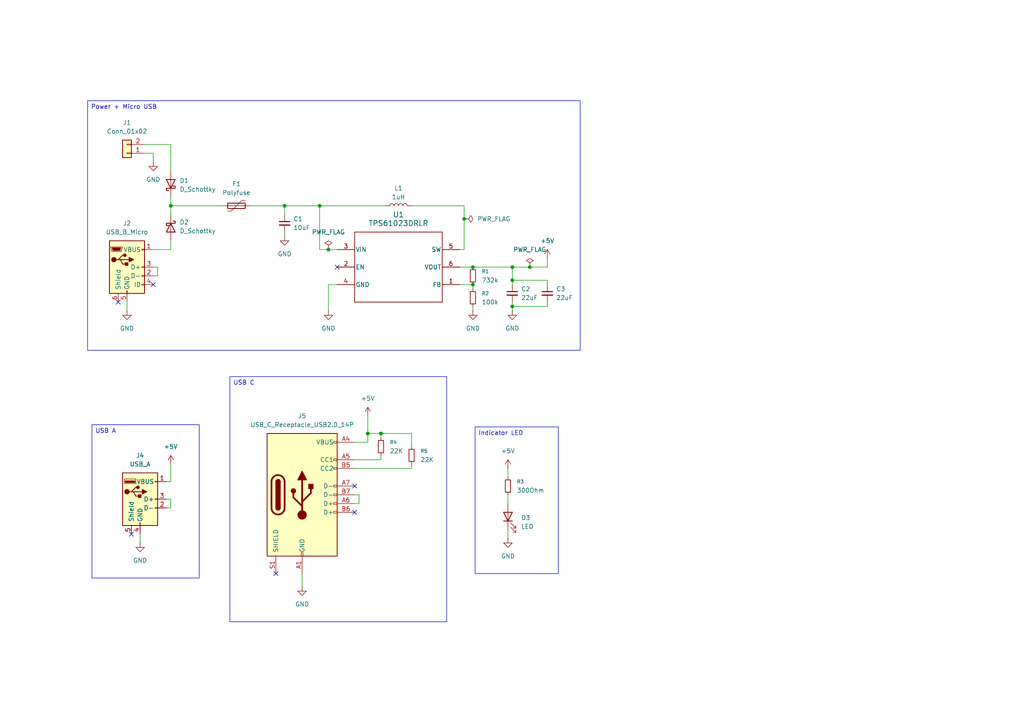
<source format=kicad_sch>
(kicad_sch (version 20250114) (generator "eeschema") (generator_version "9.0")
  (paper "A4")
  (lib_symbols
    (symbol "Connector:USB_A" (pin_names (offset 1.016))
      (property "Reference" "J" (at -5.08 11.43 0))
      (property "Value" "USB_A" (at -5.08 8.89 0))
      (symbol "USB_A_0_1"
        (rectangle (start -5.08 -7.62) (end 5.08 7.62) (stroke (width 0.254)) (fill (type background)))
        (circle (center -3.81 2.159) (radius 0.635) (stroke (width 0.254)) (fill (type outline)))
        (polyline (pts (xy -3.175 2.159) (xy -2.54 2.159) (xy -1.27 3.429) (xy -0.635 3.429)) (stroke (width 0.254)))
        (polyline (pts (xy -2.54 2.159) (xy -1.905 2.159) (xy -1.27 0.889) (xy 0 0.889)) (stroke (width 0.254)))
        (rectangle (start -1.524 4.826) (end -4.318 5.334) (fill (type outline)))
        (rectangle (start -1.27 4.572) (end -4.572 5.842))
        (circle (center -0.635 3.429) (radius 0.381) (stroke (width 0.254)) (fill (type outline)))
        (rectangle (start -0.127 -7.62) (end 0.127 -6.858))
        (rectangle (start 0.254 1.27) (end -0.508 0.508) (stroke (width 0.254)) (fill (type outline)))
        (polyline (pts (xy 0.635 2.794) (xy 0.635 1.524) (xy 1.905 2.159) (xy 0.635 2.794)) (stroke (width 0.254)) (fill (type outline)))
        (rectangle (start 5.08 4.953) (end 4.318 5.207))
        (rectangle (start 5.08 -0.127) (end 4.318 0.127))
        (rectangle (start 5.08 -2.667) (end 4.318 -2.413))
      )
      (symbol "USB_A_1_1"
        (polyline (pts (xy -1.905 2.159) (xy 0.635 2.159)) (stroke (width 0.254)))
        (pin passive line (at -2.54 -10.16 90) (length 2.54) (name "Shield") (number "5"))
        (pin power_in line (at 0 -10.16 90) (length 2.54) (name "GND") (number "4"))
        (pin power_in line (at 7.62 5.08 180) (length 2.54) (name "VBUS") (number "1"))
        (pin bidirectional line (at 7.62 0 180) (length 2.54) (name "D+") (number "3"))
        (pin bidirectional line (at 7.62 -2.54 180) (length 2.54) (name "D-") (number "2"))
      )
    )
    (symbol "Connector:USB_B_Micro" (pin_names (offset 1.016))
      (property "Reference" "J" (at -5.08 11.43 0))
      (property "Value" "USB_B_Micro" (at -5.08 8.89 0))
      (symbol "USB_B_Micro_0_1"
        (rectangle (start -5.08 -7.62) (end 5.08 7.62) (stroke (width 0.254)) (fill (type background)))
        (polyline (pts (xy -4.699 5.842) (xy -4.699 5.588) (xy -4.445 4.826) (xy -4.445 4.572) (xy -1.651 4.572) (xy -1.651 4.826) (xy -1.397 5.588) (xy -1.397 5.842) (xy -4.699 5.842)))
        (polyline (pts (xy -4.318 5.588) (xy -1.778 5.588) (xy -2.032 4.826) (xy -4.064 4.826) (xy -4.318 5.588)) (fill (type outline)))
        (circle (center -3.81 2.159) (radius 0.635) (stroke (width 0.254)) (fill (type outline)))
        (polyline (pts (xy -3.175 2.159) (xy -2.54 2.159) (xy -1.27 3.429) (xy -0.635 3.429)) (stroke (width 0.254)))
        (polyline (pts (xy -2.54 2.159) (xy -1.905 2.159) (xy -1.27 0.889) (xy 0 0.889)) (stroke (width 0.254)))
        (polyline (pts (xy -1.905 2.159) (xy 0.635 2.159)) (stroke (width 0.254)))
        (circle (center -0.635 3.429) (radius 0.381) (stroke (width 0.254)) (fill (type outline)))
        (rectangle (start -0.127 -7.62) (end 0.127 -6.858))
        (rectangle (start 0.254 1.27) (end -0.508 0.508) (stroke (width 0.254)) (fill (type outline)))
        (polyline (pts (xy 0.635 2.794) (xy 0.635 1.524) (xy 1.905 2.159) (xy 0.635 2.794)) (stroke (width 0.254)) (fill (type outline)))
        (rectangle (start 5.08 4.953) (end 4.318 5.207))
        (rectangle (start 5.08 -0.127) (end 4.318 0.127))
        (rectangle (start 5.08 -2.667) (end 4.318 -2.413))
        (rectangle (start 5.08 -5.207) (end 4.318 -4.953))
      )
      (symbol "USB_B_Micro_1_1"
        (pin passive line (at -2.54 -10.16 90) (length 2.54) (name "Shield") (number "6"))
        (pin power_out line (at 0 -10.16 90) (length 2.54) (name "GND") (number "5"))
        (pin power_out line (at 7.62 5.08 180) (length 2.54) (name "VBUS") (number "1"))
        (pin bidirectional line (at 7.62 0 180) (length 2.54) (name "D+") (number "3"))
        (pin bidirectional line (at 7.62 -2.54 180) (length 2.54) (name "D-") (number "2"))
        (pin passive line (at 7.62 -5.08 180) (length 2.54) (name "ID") (number "4"))
      )
    )
    (symbol "Connector:USB_C_Receptacle_USB2.0_14P" (pin_names (offset 1.016))
      (property "Reference" "J" (at 0 22.225 0))
      (property "Value" "USB_C_Receptacle_USB2.0_14P" (at 0 19.685 0))
      (symbol "USB_C_Receptacle_USB2.0_14P_0_0"
        (rectangle (start -0.254 -17.78) (end 0.254 -16.764))
        (rectangle (start 10.16 15.494) (end 9.144 14.986))
        (rectangle (start 10.16 10.414) (end 9.144 9.906))
        (rectangle (start 10.16 7.874) (end 9.144 7.366))
        (rectangle (start 10.16 2.794) (end 9.144 2.286))
        (rectangle (start 10.16 0.254) (end 9.144 -0.254))
        (rectangle (start 10.16 -2.286) (end 9.144 -2.794))
        (rectangle (start 10.16 -4.826) (end 9.144 -5.334))
      )
      (symbol "USB_C_Receptacle_USB2.0_14P_0_1"
        (rectangle (start -10.16 17.78) (end 10.16 -17.78) (stroke (width 0.254)) (fill (type background)))
        (polyline (pts (xy -8.89 -3.81) (xy -8.89 3.81)) (stroke (width 0.508)))
        (rectangle (start -7.62 -3.81) (end -6.35 3.81) (stroke (width 0.254)) (fill (type outline)))
        (arc (start -7.62 3.81) (mid -6.985 4.4423) (end -6.35 3.81) (stroke (width 0.254)))
        (arc (start -7.62 3.81) (mid -6.985 4.4423) (end -6.35 3.81) (stroke (width 0.254)) (fill (type outline)))
        (arc (start -8.89 3.81) (mid -6.985 5.7067) (end -5.08 3.81) (stroke (width 0.508)))
        (arc (start -5.08 -3.81) (mid -6.985 -5.7067) (end -8.89 -3.81) (stroke (width 0.508)))
        (arc (start -6.35 -3.81) (mid -6.985 -4.4423) (end -7.62 -3.81) (stroke (width 0.254)))
        (arc (start -6.35 -3.81) (mid -6.985 -4.4423) (end -7.62 -3.81) (stroke (width 0.254)) (fill (type outline)))
        (polyline (pts (xy -5.08 3.81) (xy -5.08 -3.81)) (stroke (width 0.508)))
        (circle (center -2.54 1.143) (radius 0.635) (stroke (width 0.254)) (fill (type outline)))
        (polyline (pts (xy -1.27 4.318) (xy 0 6.858) (xy 1.27 4.318) (xy -1.27 4.318)) (stroke (width 0.254)) (fill (type outline)))
        (polyline (pts (xy 0 -2.032) (xy 2.54 0.508) (xy 2.54 1.778)) (stroke (width 0.508)))
        (polyline (pts (xy 0 -3.302) (xy -2.54 -0.762) (xy -2.54 0.508)) (stroke (width 0.508)))
        (polyline (pts (xy 0 -5.842) (xy 0 4.318)) (stroke (width 0.508)))
        (circle (center 0 -5.842) (radius 1.27) (fill (type outline)))
        (rectangle (start 1.905 1.778) (end 3.175 3.048) (stroke (width 0.254)) (fill (type outline)))
      )
      (symbol "USB_C_Receptacle_USB2.0_14P_1_1"
        (pin passive line (at -7.62 -22.86 90) (length 5.08) (name "SHIELD") (number "S1"))
        (pin passive line (at 0 -22.86 90) (length 5.08) (name "GND") (number "A1"))
        (pin passive line (at 0 -22.86 90) (length 5.08) (hide yes) (name "GND") (number "A12"))
        (pin passive line (at 0 -22.86 90) (length 5.08) (hide yes) (name "GND") (number "B1"))
        (pin passive line (at 0 -22.86 90) (length 5.08) (hide yes) (name "GND") (number "B12"))
        (pin passive line (at 15.24 15.24 180) (length 5.08) (name "VBUS") (number "A4"))
        (pin passive line (at 15.24 15.24 180) (length 5.08) (hide yes) (name "VBUS") (number "A9"))
        (pin passive line (at 15.24 15.24 180) (length 5.08) (hide yes) (name "VBUS") (number "B4"))
        (pin passive line (at 15.24 15.24 180) (length 5.08) (hide yes) (name "VBUS") (number "B9"))
        (pin bidirectional line (at 15.24 10.16 180) (length 5.08) (name "CC1") (number "A5"))
        (pin bidirectional line (at 15.24 7.62 180) (length 5.08) (name "CC2") (number "B5"))
        (pin bidirectional line (at 15.24 2.54 180) (length 5.08) (name "D-") (number "A7"))
        (pin bidirectional line (at 15.24 0 180) (length 5.08) (name "D-") (number "B7"))
        (pin bidirectional line (at 15.24 -2.54 180) (length 5.08) (name "D+") (number "A6"))
        (pin bidirectional line (at 15.24 -5.08 180) (length 5.08) (name "D+") (number "B6"))
      )
    )
    (symbol "Connector_Generic:Conn_01x02" (pin_names (offset 1.016) (hide yes))
      (property "Reference" "J" (at 0 2.54 0))
      (property "Value" "Conn_01x02" (at 0 -5.08 0))
      (symbol "Conn_01x02_1_1"
        (rectangle (start -1.27 1.27) (end 1.27 -3.81) (stroke (width 0.254)) (fill (type background)))
        (rectangle (start -1.27 0.127) (end 0 -0.127) (stroke (width 0.1524)))
        (rectangle (start -1.27 -2.413) (end 0 -2.667) (stroke (width 0.1524)))
        (pin passive line (at -5.08 0 0) (length 3.81) (name "Pin_1") (number "1"))
        (pin passive line (at -5.08 -2.54 0) (length 3.81) (name "Pin_2") (number "2"))
      )
    )
    (symbol "Device:C_Small" (pin_numbers (hide yes)) (pin_names (offset 0.254) (hide yes))
      (property "Reference" "C" (at 0.254 1.778 0))
      (property "Value" "C_Small" (at 0.254 -2.032 0))
      (symbol "C_Small_0_1"
        (polyline (pts (xy -1.524 0.508) (xy 1.524 0.508)) (stroke (width 0.3048)))
        (polyline (pts (xy -1.524 -0.508) (xy 1.524 -0.508)) (stroke (width 0.3302)))
      )
      (symbol "C_Small_1_1"
        (pin passive line (at 0 2.54 270) (length 2.032) (name "~") (number "1"))
        (pin passive line (at 0 -2.54 90) (length 2.032) (name "~") (number "2"))
      )
    )
    (symbol "Device:D_Schottky" (pin_numbers (hide yes)) (pin_names (offset 1.016) (hide yes))
      (property "Reference" "D" (at 0 2.54 0))
      (property "Value" "D_Schottky" (at 0 -2.54 0))
      (symbol "D_Schottky_0_1"
        (polyline (pts (xy -1.905 0.635) (xy -1.905 1.27) (xy -1.27 1.27) (xy -1.27 -1.27) (xy -0.635 -1.27) (xy -0.635 -0.635)) (stroke (width 0.254)))
        (polyline (pts (xy 1.27 1.27) (xy 1.27 -1.27) (xy -1.27 0) (xy 1.27 1.27)) (stroke (width 0.254)))
        (polyline (pts (xy 1.27 0) (xy -1.27 0)))
      )
      (symbol "D_Schottky_1_1"
        (pin passive line (at -3.81 0 0) (length 2.54) (name "K") (number "1"))
        (pin passive line (at 3.81 0 180) (length 2.54) (name "A") (number "2"))
      )
    )
    (symbol "Device:L" (pin_numbers (hide yes)) (pin_names (offset 1.016) (hide yes))
      (property "Reference" "L" (at -1.27 0 90))
      (property "Value" "L" (at 1.905 0 90))
      (symbol "L_0_1"
        (arc (start 0 2.54) (mid 0.6323 1.905) (end 0 1.27))
        (arc (start 0 1.27) (mid 0.6323 0.635) (end 0 0))
        (arc (start 0 0) (mid 0.6323 -0.635) (end 0 -1.27))
        (arc (start 0 -1.27) (mid 0.6323 -1.905) (end 0 -2.54))
      )
      (symbol "L_1_1"
        (pin passive line (at 0 3.81 270) (length 1.27) (name "1") (number "1"))
        (pin passive line (at 0 -3.81 90) (length 1.27) (name "2") (number "2"))
      )
    )
    (symbol "Device:LED" (pin_numbers (hide yes)) (pin_names (offset 1.016) (hide yes))
      (property "Reference" "D" (at 0 2.54 0))
      (property "Value" "LED" (at 0 -2.54 0))
      (symbol "LED_0_1"
        (polyline (pts (xy -3.048 -0.762) (xy -4.572 -2.286) (xy -3.81 -2.286) (xy -4.572 -2.286) (xy -4.572 -1.524)))
        (polyline (pts (xy -1.778 -0.762) (xy -3.302 -2.286) (xy -2.54 -2.286) (xy -3.302 -2.286) (xy -3.302 -1.524)))
        (polyline (pts (xy -1.27 0) (xy 1.27 0)))
        (polyline (pts (xy -1.27 -1.27) (xy -1.27 1.27)) (stroke (width 0.254)))
        (polyline (pts (xy 1.27 -1.27) (xy 1.27 1.27) (xy -1.27 0) (xy 1.27 -1.27)) (stroke (width 0.254)))
      )
      (symbol "LED_1_1"
        (pin passive line (at -3.81 0 0) (length 2.54) (name "K") (number "1"))
        (pin passive line (at 3.81 0 180) (length 2.54) (name "A") (number "2"))
      )
    )
    (symbol "Device:Polyfuse" (pin_numbers (hide yes)) (pin_names (offset 0))
      (property "Reference" "F" (at -2.54 0 90))
      (property "Value" "Polyfuse" (at 2.54 0 90))
      (symbol "Polyfuse_0_1"
        (polyline (pts (xy -1.524 2.54) (xy -1.524 1.524) (xy 1.524 -1.524) (xy 1.524 -2.54)))
        (rectangle (start -0.762 2.54) (end 0.762 -2.54) (stroke (width 0.254)))
        (polyline (pts (xy 0 2.54) (xy 0 -2.54)))
      )
      (symbol "Polyfuse_1_1"
        (pin passive line (at 0 3.81 270) (length 1.27) (name "~") (number "1"))
        (pin passive line (at 0 -3.81 90) (length 1.27) (name "~") (number "2"))
      )
    )
    (symbol "Device:R_Small" (pin_numbers (hide yes)) (pin_names (offset 0.254) (hide yes))
      (property "Reference" "R" (at 0 0 90))
      (property "Value" "R_Small" (at 1.778 0 90))
      (symbol "R_Small_0_1"
        (rectangle (start -0.762 1.778) (end 0.762 -1.778) (stroke (width 0.2032)))
      )
      (symbol "R_Small_1_1"
        (pin passive line (at 0 2.54 270) (length 0.762) (name "~") (number "1"))
        (pin passive line (at 0 -2.54 90) (length 0.762) (name "~") (number "2"))
      )
    )
    (symbol "Regulator_TPS:TPS61023DRLR" (pin_names (offset 0.254))
      (property "Reference" "U" (at 0 2.54 0))
      (property "Value" "TPS61023DRLR" (at 0 0 0))
      (symbol "TPS61023DRLR_0_1"
        (polyline (pts (xy -12.7 10.16) (xy -12.7 -10.16)) (stroke (width 0.2032)))
        (polyline (pts (xy -12.7 -10.16) (xy 12.7 -10.16)) (stroke (width 0.2032)))
        (polyline (pts (xy 12.7 10.16) (xy -12.7 10.16)) (stroke (width 0.2032)))
        (polyline (pts (xy 12.7 -10.16) (xy 12.7 10.16)) (stroke (width 0.2032)))
        (pin power_in line (at -17.78 5.08 0) (length 5.08) (name "VIN") (number "3"))
        (pin input line (at -17.78 0 0) (length 5.08) (name "EN") (number "2"))
        (pin power_in line (at -17.78 -5.08 0) (length 5.08) (name "GND") (number "4"))
        (pin power_in line (at 17.78 5.08 180) (length 5.08) (name "SW") (number "5"))
        (pin power_in line (at 17.78 0 180) (length 5.08) (name "VOUT") (number "6"))
        (pin input line (at 17.78 -5.08 180) (length 5.08) (name "FB") (number "1"))
      )
    )
    (symbol "power:+5V" (power) (pin_numbers (hide yes)) (pin_names (offset 0) (hide yes))
      (property "Value" "+5V" (at 0 3.556 0))
      (symbol "+5V_0_1"
        (polyline (pts (xy -0.762 1.27) (xy 0 2.54)))
        (polyline (pts (xy 0 2.54) (xy 0.762 1.27)))
        (polyline (pts (xy 0 0) (xy 0 2.54)))
      )
      (symbol "+5V_1_1"
        (pin power_in line (at 0 0 90) (length 0) (name "~") (number "1"))
      )
    )
    (symbol "power:GND" (power) (pin_numbers (hide yes)) (pin_names (offset 0) (hide yes))
      (property "Value" "GND" (at 0 -3.81 0))
      (symbol "GND_0_1"
        (polyline (pts (xy 0 0) (xy 0 -1.27) (xy 1.27 -1.27) (xy 0 -2.54) (xy -1.27 -1.27) (xy 0 -1.27)))
      )
      (symbol "GND_1_1"
        (pin power_in line (at 0 0 270) (length 0) (name "~") (number "1"))
      )
    )
    (symbol "power:PWR_FLAG" (power) (pin_numbers (hide yes)) (pin_names (offset 0) (hide yes))
      (property "Value" "PWR_FLAG" (at 0 3.81 0))
      (symbol "PWR_FLAG_0_0"
        (pin power_out line (at 0 0 90) (length 0) (name "~") (number "1"))
      )
      (symbol "PWR_FLAG_0_1"
        (polyline (pts (xy 0 0) (xy 0 1.27) (xy -1.016 1.905) (xy 0 2.54) (xy 1.016 1.905) (xy 0 1.27)))
      )
    )
  )
  (text_box "Indicator LED\n" (at 137.795 123.825 0) (size 24.13 42.545) (margins 0.9525 0.9525 0.9525 0.9525) (effects (font (size 1.27 1.27)) (justify left top)))
  (text_box "Power + Micro USB\n" (at 25.4 29.21 0) (size 142.875 72.39) (margins 0.9525 0.9525 0.9525 0.9525) (effects (font (size 1.27 1.27)) (justify left top)))
  (text_box "USB C\n" (at 66.675 109.22 0) (size 62.865 71.12) (margins 0.9525 0.9525 0.9525 0.9525) (effects (font (size 1.27 1.27)) (justify left top)))
  (text_box "USB A\n" (at 26.67 123.19 0) (size 31.115 44.45) (margins 0.9525 0.9525 0.9525 0.9525) (effects (font (size 1.27 1.27)) (justify left top)))
  (junction (at 106.68 125.73))
  (junction (at 148.59 81.28))
  (junction (at 148.59 88.9))
  (junction (at 134.62 63.5))
  (junction (at 92.71 59.69))
  (junction (at 137.16 82.55))
  (junction (at 82.55 59.69))
  (junction (at 95.25 72.39))
  (junction (at 148.59 77.47))
  (junction (at 137.16 77.47))
  (junction (at 110.49 125.73))
  (junction (at 153.67 77.47))
  (junction (at 49.53 59.69))
  (no_connect (at 102.87 148.59))
  (no_connect (at 44.45 82.55))
  (no_connect (at 97.79 77.47))
  (no_connect (at 38.1 154.94))
  (no_connect (at 80.01 166.37))
  (no_connect (at 34.29 87.63))
  (no_connect (at 102.87 140.97))
  (wire (pts (xy 148.59 81.28) (xy 158.75 81.28)))
  (wire (pts (xy 48.26 139.7) (xy 49.53 139.7)))
  (wire (pts (xy 49.53 57.15) (xy 49.53 59.69)))
  (wire (pts (xy 41.91 41.91) (xy 49.53 41.91)))
  (wire (pts (xy 95.25 72.39) (xy 92.71 72.39)))
  (wire (pts (xy 102.87 143.51) (xy 104.14 143.51)))
  (wire (pts (xy 102.87 146.05) (xy 104.14 146.05)))
  (wire (pts (xy 48.26 147.32) (xy 49.53 147.32)))
  (wire (pts (xy 36.83 87.63) (xy 36.83 90.17)))
  (wire (pts (xy 40.64 154.94) (xy 40.64 157.48)))
  (wire (pts (xy 82.55 59.69) (xy 82.55 62.23)))
  (wire (pts (xy 158.75 88.9) (xy 148.59 88.9)))
  (wire (pts (xy 49.53 59.69) (xy 64.77 59.69)))
  (wire (pts (xy 49.53 59.69) (xy 49.53 62.23)))
  (wire (pts (xy 137.16 88.9) (xy 137.16 90.17)))
  (wire (pts (xy 137.16 77.47) (xy 148.59 77.47)))
  (wire (pts (xy 110.49 133.35) (xy 110.49 132.08)))
  (wire (pts (xy 110.49 125.73) (xy 119.38 125.73)))
  (wire (pts (xy 49.53 134.62) (xy 49.53 139.7)))
  (wire (pts (xy 147.32 135.89) (xy 147.32 138.43)))
  (wire (pts (xy 41.91 44.45) (xy 44.45 44.45)))
  (wire (pts (xy 104.14 143.51) (xy 104.14 146.05)))
  (wire (pts (xy 102.87 135.89) (xy 119.38 135.89)))
  (wire (pts (xy 49.53 69.85) (xy 49.53 72.39)))
  (wire (pts (xy 72.39 59.69) (xy 82.55 59.69)))
  (wire (pts (xy 134.62 59.69) (xy 134.62 63.5)))
  (wire (pts (xy 92.71 59.69) (xy 111.76 59.69)))
  (wire (pts (xy 147.32 143.51) (xy 147.32 146.05)))
  (wire (pts (xy 134.62 63.5) (xy 134.62 72.39)))
  (wire (pts (xy 44.45 77.47) (xy 45.72 77.47)))
  (wire (pts (xy 102.87 133.35) (xy 110.49 133.35)))
  (wire (pts (xy 87.63 166.37) (xy 87.63 170.18)))
  (wire (pts (xy 158.75 74.93) (xy 158.75 77.47)))
  (wire (pts (xy 119.38 135.89) (xy 119.38 134.62)))
  (wire (pts (xy 147.32 153.67) (xy 147.32 156.21)))
  (wire (pts (xy 82.55 59.69) (xy 92.71 59.69)))
  (wire (pts (xy 148.59 87.63) (xy 148.59 88.9)))
  (wire (pts (xy 158.75 81.28) (xy 158.75 82.55)))
  (wire (pts (xy 119.38 125.73) (xy 119.38 129.54)))
  (wire (pts (xy 148.59 77.47) (xy 148.59 81.28)))
  (wire (pts (xy 82.55 67.31) (xy 82.55 68.58)))
  (wire (pts (xy 148.59 88.9) (xy 148.59 90.17)))
  (wire (pts (xy 44.45 72.39) (xy 49.53 72.39)))
  (wire (pts (xy 119.38 59.69) (xy 134.62 59.69)))
  (wire (pts (xy 153.67 77.47) (xy 158.75 77.47)))
  (wire (pts (xy 110.49 125.73) (xy 110.49 127)))
  (wire (pts (xy 106.68 120.65) (xy 106.68 125.73)))
  (wire (pts (xy 95.25 82.55) (xy 95.25 90.17)))
  (wire (pts (xy 148.59 81.28) (xy 148.59 82.55)))
  (wire (pts (xy 45.72 77.47) (xy 45.72 80.01)))
  (wire (pts (xy 134.62 72.39) (xy 133.35 72.39)))
  (wire (pts (xy 97.79 72.39) (xy 95.25 72.39)))
  (wire (pts (xy 44.45 44.45) (xy 44.45 46.99)))
  (wire (pts (xy 102.87 128.27) (xy 106.68 128.27)))
  (wire (pts (xy 133.35 77.47) (xy 137.16 77.47)))
  (wire (pts (xy 106.68 125.73) (xy 106.68 128.27)))
  (wire (pts (xy 97.79 82.55) (xy 95.25 82.55)))
  (wire (pts (xy 44.45 80.01) (xy 45.72 80.01)))
  (wire (pts (xy 92.71 72.39) (xy 92.71 59.69)))
  (wire (pts (xy 49.53 49.53) (xy 49.53 41.91)))
  (wire (pts (xy 48.26 144.78) (xy 49.53 144.78)))
  (wire (pts (xy 148.59 77.47) (xy 153.67 77.47)))
  (wire (pts (xy 106.68 125.73) (xy 110.49 125.73)))
  (wire (pts (xy 158.75 87.63) (xy 158.75 88.9)))
  (wire (pts (xy 137.16 82.55) (xy 137.16 83.82)))
  (wire (pts (xy 133.35 82.55) (xy 137.16 82.55)))
  (wire (pts (xy 49.53 144.78) (xy 49.53 147.32)))
  (symbol (lib_id "Device:D_Schottky") (at 49.53 66.04 270) (unit 1)
    (property "Reference" "D2" (at 52.07 64.4524 90) (effects (justify left)))
    (property "Value" "D_Schottky" (at 52.07 66.9924 90) (effects (justify left)))
    (property "Footprint" "Diode_SMD:D_2114_3652Metric" (effects (hide yes)))
    (property "Description" "Schottky diode" (effects (hide yes)))
  )
  (symbol (lib_id "Connector:USB_B_Micro") (at 36.83 77.47 0) (unit 1)
    (property "Reference" "J2" (at 36.83 64.77 0))
    (property "Value" "USB_B_Micro" (at 36.83 67.31 0))
    (property "Footprint" "Connector_USB:USB_Micro-B_Molex-105017-0001" (effects (hide yes)))
    (property "Description" "USB Micro Type B connector" (effects (hide yes)))
  )
  (symbol (lib_id "Connector:USB_C_Receptacle_USB2.0_14P") (at 87.63 143.51 0) (unit 1)
    (property "Reference" "J5" (at 87.63 120.65 0))
    (property "Value" "USB_C_Receptacle_USB2.0_14P" (at 87.63 123.19 0))
    (property "Footprint" "Connector_USB:USB_C_Receptacle_Molex_105450-0101" (effects (hide yes)))
    (property "Datasheet" "https://www.usb.org/sites/default/files/documents/usb_type-c.zip" (effects (hide yes)))
    (property "Description" "USB 2.0-only 14P Type-C Receptacle connector" (effects (hide yes)))
  )
  (symbol (lib_id "Device:R_Small") (at 110.49 129.54 0) (unit 1)
    (property "Reference" "R4" (at 113.03 128.2699 0) (effects (font (size 1.016 1.016)) (justify left)))
    (property "Value" "22K" (at 113.03 130.8099 0) (effects (justify left)))
    (property "Footprint" "Resistor_SMD:R_0201_0603Metric" (effects (hide yes)))
    (property "Description" "Resistor, small symbol" (effects (hide yes)))
  )
  (symbol (lib_id "power:GND") (at 137.16 90.17 0) (unit 1)
    (property "Reference" "#PWR06" (effects (hide yes)))
    (property "Value" "GND" (at 137.16 95.25 0))
    (property "Description" "Power symbol creates a global label with name \"GND\" , ground" (effects (hide yes)))
  )
  (symbol (lib_id "Device:Polyfuse") (at 68.58 59.69 90) (unit 1)
    (property "Reference" "F1" (at 68.58 53.34 90))
    (property "Value" "Polyfuse" (at 68.58 55.88 90))
    (property "Footprint" "Fuse:Fuse_Bourns_MF-RG300" (effects (hide yes)))
    (property "Description" "Resettable fuse, polymeric positive temperature coefficient" (effects (hide yes)))
  )
  (symbol (lib_id "Device:L") (at 115.57 59.69 90) (unit 1)
    (property "Reference" "L1" (at 115.57 54.61 90))
    (property "Value" "1uH" (at 115.57 57.15 90))
    (property "Footprint" "Inductor_SMD:L_6.3x6.3_H3" (effects (hide yes)))
    (property "Description" "Inductor" (effects (hide yes)))
  )
  (symbol (lib_id "power:PWR_FLAG") (at 153.67 77.47 0) (unit 1)
    (property "Reference" "#FLG03" (effects (hide yes)))
    (property "Value" "PWR_FLAG" (at 153.67 72.39 0))
    (property "Description" "Special symbol for telling ERC where power comes from" (effects (hide yes)))
  )
  (symbol (lib_id "Device:R_Small") (at 147.32 140.97 0) (unit 1)
    (property "Reference" "R3" (at 149.86 139.6999 0) (effects (font (size 1.016 1.016)) (justify left)))
    (property "Value" "300Ohm" (at 149.86 142.2399 0) (effects (justify left)))
    (property "Footprint" "Resistor_SMD:R_0201_0603Metric" (effects (hide yes)))
    (property "Description" "Resistor, small symbol" (effects (hide yes)))
  )
  (symbol (lib_id "Device:C_Small") (at 82.55 64.77 0) (unit 1)
    (property "Reference" "C1" (at 85.09 63.5062 0) (effects (justify left)))
    (property "Value" "10uF" (at 85.09 66.0462 0) (effects (justify left)))
    (property "Footprint" "Capacitor_SMD:C_0603_1608Metric" (effects (hide yes)))
    (property "Description" "Unpolarized capacitor, small symbol" (effects (hide yes)))
  )
  (symbol (lib_id "power:GND") (at 95.25 90.17 0) (unit 1)
    (property "Reference" "#PWR03" (effects (hide yes)))
    (property "Value" "GND" (at 95.25 95.25 0))
    (property "Description" "Power symbol creates a global label with name \"GND\" , ground" (effects (hide yes)))
  )
  (symbol (lib_id "power:+5V") (at 158.75 74.93 0) (unit 1)
    (property "Reference" "#PWR05" (effects (hide yes)))
    (property "Value" "+5V" (at 158.75 69.85 0))
    (property "Description" "Power symbol creates a global label with name \"+5V\"" (effects (hide yes)))
  )
  (symbol (lib_id "power:GND") (at 36.83 90.17 0) (unit 1)
    (property "Reference" "#PWR02" (effects (hide yes)))
    (property "Value" "GND" (at 36.83 95.25 0))
    (property "Description" "Power symbol creates a global label with name \"GND\" , ground" (effects (hide yes)))
  )
  (symbol (lib_id "Device:C_Small") (at 158.75 85.09 0) (unit 1)
    (property "Reference" "C3" (at 161.29 83.8262 0) (effects (justify left)))
    (property "Value" "22uF" (at 161.29 86.3662 0) (effects (justify left)))
    (property "Footprint" "Capacitor_SMD:C_0603_1608Metric" (effects (hide yes)))
    (property "Description" "Unpolarized capacitor, small symbol" (effects (hide yes)))
  )
  (symbol (lib_id "Regulator_TPS:TPS61023DRLR") (at 115.57 77.47 0) (unit 1)
    (property "Reference" "U1" (at 115.57 62.23 0) (effects (font (size 1.524 1.524))))
    (property "Value" "TPS61023DRLR" (at 115.57 64.77 0) (effects (font (size 1.524 1.524))))
    (property "Datasheet" "https://www.ti.com/lit/gpn/tps61023" (effects (hide yes)))
  )
  (symbol (lib_id "power:GND") (at 44.45 46.99 0) (unit 1)
    (property "Reference" "#PWR01" (effects (hide yes)))
    (property "Value" "GND" (at 44.45 52.07 0))
    (property "Description" "Power symbol creates a global label with name \"GND\" , ground" (effects (hide yes)))
  )
  (symbol (lib_id "Connector_Generic:Conn_01x02") (at 36.83 44.45 180) (unit 1)
    (property "Reference" "J1" (at 36.83 35.56 0))
    (property "Value" "Conn_01x02" (at 36.83 38.1 0))
    (property "Footprint" "Connector_Molex:Molex_SL_171971-0002_1x02_P2.54mm_Vertical" (effects (hide yes)))
    (property "Description" "Generic connector, single row, 01x02, script generated (kicad-library-utils/schlib/autogen/connector/)" (effects (hide yes)))
  )
  (symbol (lib_id "Device:D_Schottky") (at 49.53 53.34 90) (unit 1)
    (property "Reference" "D1" (at 52.07 52.3874 90) (effects (justify right)))
    (property "Value" "D_Schottky" (at 52.07 54.9274 90) (effects (justify right)))
    (property "Footprint" "Diode_SMD:D_2114_3652Metric" (effects (hide yes)))
    (property "Description" "Schottky diode" (effects (hide yes)))
  )
  (symbol (lib_id "Device:LED") (at 147.32 149.86 90) (unit 1)
    (property "Reference" "D3" (at 151.13 150.1774 90) (effects (justify right)))
    (property "Value" "LED" (at 151.13 152.7174 90) (effects (justify right)))
    (property "Footprint" "Diode_SMD:D_0201_0603Metric" (effects (hide yes)))
    (property "Description" "Light emitting diode" (effects (hide yes)))
    (property "Sim.Pins" "1=K 2=A" (effects (hide yes)))
  )
  (symbol (lib_id "power:+5V") (at 49.53 134.62 0) (unit 1)
    (property "Reference" "#PWR09" (effects (hide yes)))
    (property "Value" "+5V" (at 49.53 129.54 0))
    (property "Description" "Power symbol creates a global label with name \"+5V\"" (effects (hide yes)))
  )
  (symbol (lib_id "Device:R_Small") (at 119.38 132.08 0) (unit 1)
    (property "Reference" "R5" (at 121.92 130.8099 0) (effects (font (size 1.016 1.016)) (justify left)))
    (property "Value" "22K" (at 121.92 133.3499 0) (effects (justify left)))
    (property "Footprint" "Resistor_SMD:R_0201_0603Metric" (effects (hide yes)))
    (property "Description" "Resistor, small symbol" (effects (hide yes)))
  )
  (symbol (lib_id "Device:R_Small") (at 137.16 80.01 0) (unit 1)
    (property "Reference" "R1" (at 139.7 78.7399 0) (effects (font (size 1.016 1.016)) (justify left)))
    (property "Value" "732k" (at 139.7 81.2799 0) (effects (justify left)))
    (property "Footprint" "Resistor_SMD:R_0201_0603Metric" (effects (hide yes)))
    (property "Description" "Resistor, small symbol" (effects (hide yes)))
  )
  (symbol (lib_id "power:+5V") (at 106.68 120.65 0) (unit 1)
    (property "Reference" "#PWR013" (effects (hide yes)))
    (property "Value" "+5V" (at 106.68 115.57 0))
    (property "Description" "Power symbol creates a global label with name \"+5V\"" (effects (hide yes)))
  )
  (symbol (lib_id "power:GND") (at 82.55 68.58 0) (unit 1)
    (property "Reference" "#PWR04" (effects (hide yes)))
    (property "Value" "GND" (at 82.55 73.66 0))
    (property "Description" "Power symbol creates a global label with name \"GND\" , ground" (effects (hide yes)))
  )
  (symbol (lib_id "power:GND") (at 147.32 156.21 0) (unit 1)
    (property "Reference" "#PWR011" (effects (hide yes)))
    (property "Value" "GND" (at 147.32 161.29 0))
    (property "Description" "Power symbol creates a global label with name \"GND\" , ground" (effects (hide yes)))
  )
  (symbol (lib_id "Device:C_Small") (at 148.59 85.09 0) (unit 1)
    (property "Reference" "C2" (at 151.13 83.8262 0) (effects (justify left)))
    (property "Value" "22uF" (at 151.13 86.3662 0) (effects (justify left)))
    (property "Footprint" "Capacitor_SMD:C_0603_1608Metric" (effects (hide yes)))
    (property "Description" "Unpolarized capacitor, small symbol" (effects (hide yes)))
  )
  (symbol (lib_id "power:+5V") (at 147.32 135.89 0) (unit 1)
    (property "Reference" "#PWR010" (effects (hide yes)))
    (property "Value" "+5V" (at 147.32 130.81 0))
    (property "Description" "Power symbol creates a global label with name \"+5V\"" (effects (hide yes)))
  )
  (symbol (lib_id "Connector:USB_A") (at 40.64 144.78 0) (unit 1)
    (property "Reference" "J4" (at 40.64 132.08 0))
    (property "Value" "USB_A" (at 40.64 134.62 0))
    (property "Footprint" "Connector_USB:USB3_A_Molex_48393-001" (effects (hide yes)))
    (property "Description" "USB Type A connector" (effects (hide yes)))
  )
  (symbol (lib_id "power:PWR_FLAG") (at 95.25 72.39 0) (unit 1)
    (property "Reference" "#FLG01" (effects (hide yes)))
    (property "Value" "PWR_FLAG" (at 95.25 67.31 0))
    (property "Description" "Special symbol for telling ERC where power comes from" (effects (hide yes)))
  )
  (symbol (lib_id "power:GND") (at 40.64 157.48 0) (unit 1)
    (property "Reference" "#PWR08" (effects (hide yes)))
    (property "Value" "GND" (at 40.64 162.56 0))
    (property "Description" "Power symbol creates a global label with name \"GND\" , ground" (effects (hide yes)))
  )
  (symbol (lib_id "power:PWR_FLAG") (at 134.62 63.5 270) (unit 1)
    (property "Reference" "#FLG02" (effects (hide yes)))
    (property "Value" "PWR_FLAG" (at 138.43 63.4999 90) (effects (justify left)))
    (property "Description" "Special symbol for telling ERC where power comes from" (effects (hide yes)))
  )
  (symbol (lib_id "Device:R_Small") (at 137.16 86.36 0) (unit 1)
    (property "Reference" "R2" (at 139.7 85.0899 0) (effects (font (size 1.016 1.016)) (justify left)))
    (property "Value" "100k" (at 139.7 87.6299 0) (effects (justify left)))
    (property "Footprint" "Resistor_SMD:R_0201_0603Metric" (effects (hide yes)))
    (property "Description" "Resistor, small symbol" (effects (hide yes)))
  )
  (symbol (lib_id "power:GND") (at 148.59 90.17 0) (unit 1)
    (property "Reference" "#PWR07" (effects (hide yes)))
    (property "Value" "GND" (at 148.59 95.25 0))
    (property "Description" "Power symbol creates a global label with name \"GND\" , ground" (effects (hide yes)))
  )
  (symbol (lib_id "power:GND") (at 87.63 170.18 0) (unit 1)
    (property "Reference" "#PWR012" (effects (hide yes)))
    (property "Value" "GND" (at 87.63 175.26 0))
    (property "Description" "Power symbol creates a global label with name \"GND\" , ground" (effects (hide yes)))
  )
)
</source>
